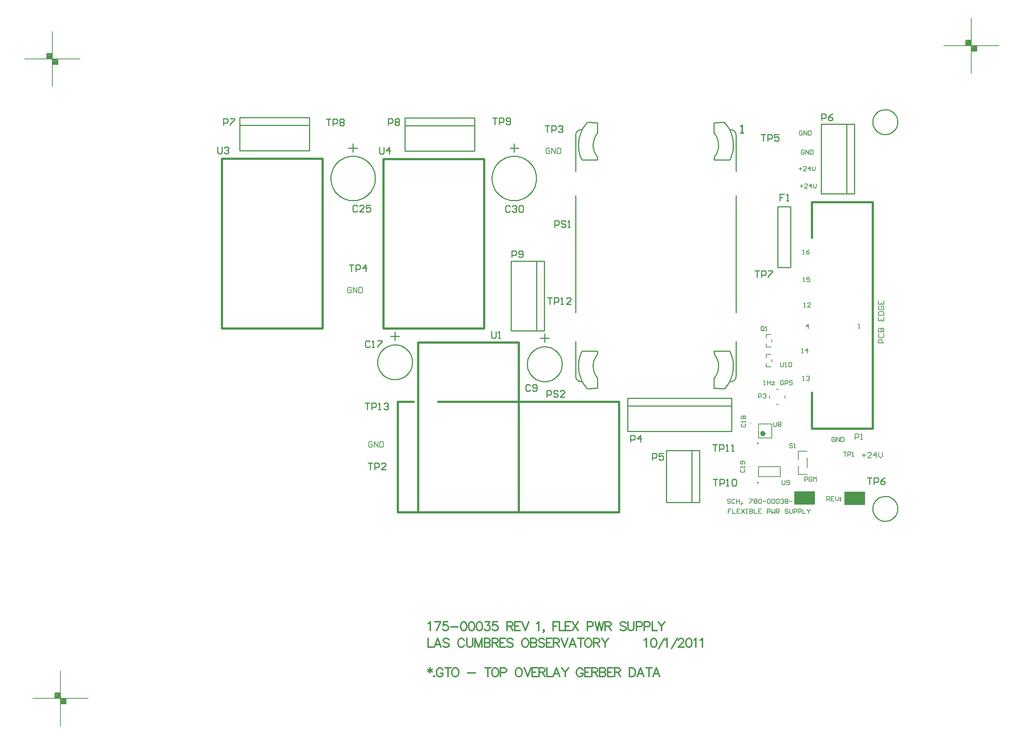
<source format=gto>
%FSLAX23Y23*%
%MOIN*%
G70*
G01*
G75*
G04 Layer_Color=65535*
%ADD10O,0.024X0.079*%
%ADD11R,0.036X0.036*%
%ADD12O,0.014X0.067*%
%ADD13R,0.059X0.039*%
%ADD14R,0.050X0.050*%
%ADD15C,0.010*%
%ADD16C,0.020*%
%ADD17C,0.012*%
%ADD18C,0.008*%
%ADD19C,0.012*%
%ADD20C,0.012*%
%ADD21C,0.032*%
%ADD22C,0.233*%
%ADD23C,0.220*%
%ADD24C,0.064*%
%ADD25C,0.020*%
%ADD26C,0.115*%
%ADD27R,0.115X0.115*%
%ADD28C,0.079*%
%ADD29C,0.080*%
%ADD30C,0.065*%
%ADD31C,0.059*%
%ADD32C,0.055*%
%ADD33R,0.120X0.120*%
%ADD34C,0.120*%
%ADD35R,0.120X0.120*%
%ADD36R,0.079X0.079*%
%ADD37C,0.050*%
%ADD38C,0.024*%
%ADD39C,0.030*%
%ADD40C,0.040*%
%ADD41C,0.072*%
%ADD42C,0.056*%
%ADD43C,0.206*%
%ADD44C,0.104*%
%ADD45C,0.118*%
G04:AMPARAMS|DCode=46|XSize=138mil|YSize=138mil|CornerRadius=0mil|HoleSize=0mil|Usage=FLASHONLY|Rotation=0.000|XOffset=0mil|YOffset=0mil|HoleType=Round|Shape=Relief|Width=10mil|Gap=10mil|Entries=4|*
%AMTHD46*
7,0,0,0.138,0.118,0.010,45*
%
%ADD46THD46*%
G04:AMPARAMS|DCode=47|XSize=107.244mil|YSize=107.244mil|CornerRadius=0mil|HoleSize=0mil|Usage=FLASHONLY|Rotation=0.000|XOffset=0mil|YOffset=0mil|HoleType=Round|Shape=Relief|Width=10mil|Gap=10mil|Entries=4|*
%AMTHD47*
7,0,0,0.107,0.087,0.010,45*
%
%ADD47THD47*%
G04:AMPARAMS|DCode=48|XSize=112mil|YSize=112mil|CornerRadius=0mil|HoleSize=0mil|Usage=FLASHONLY|Rotation=0.000|XOffset=0mil|YOffset=0mil|HoleType=Round|Shape=Relief|Width=10mil|Gap=10mil|Entries=4|*
%AMTHD48*
7,0,0,0.112,0.092,0.010,45*
%
%ADD48THD48*%
%ADD49C,0.092*%
%ADD50C,0.190*%
%ADD51C,0.073*%
%ADD52C,0.110*%
%ADD53C,0.087*%
G04:AMPARAMS|DCode=54|XSize=130mil|YSize=130mil|CornerRadius=0mil|HoleSize=0mil|Usage=FLASHONLY|Rotation=0.000|XOffset=0mil|YOffset=0mil|HoleType=Round|Shape=Relief|Width=10mil|Gap=10mil|Entries=4|*
%AMTHD54*
7,0,0,0.130,0.110,0.010,45*
%
%ADD54THD54*%
%ADD55C,0.150*%
%ADD56C,0.068*%
G04:AMPARAMS|DCode=57|XSize=88mil|YSize=88mil|CornerRadius=0mil|HoleSize=0mil|Usage=FLASHONLY|Rotation=0.000|XOffset=0mil|YOffset=0mil|HoleType=Round|Shape=Relief|Width=10mil|Gap=10mil|Entries=4|*
%AMTHD57*
7,0,0,0.088,0.068,0.010,45*
%
%ADD57THD57*%
%ADD58C,0.055*%
G04:AMPARAMS|DCode=59|XSize=100mil|YSize=100mil|CornerRadius=0mil|HoleSize=0mil|Usage=FLASHONLY|Rotation=0.000|XOffset=0mil|YOffset=0mil|HoleType=Round|Shape=Relief|Width=10mil|Gap=10mil|Entries=4|*
%AMTHD59*
7,0,0,0.100,0.080,0.010,45*
%
%ADD59THD59*%
G04:AMPARAMS|DCode=60|XSize=93.465mil|YSize=93.465mil|CornerRadius=0mil|HoleSize=0mil|Usage=FLASHONLY|Rotation=0.000|XOffset=0mil|YOffset=0mil|HoleType=Round|Shape=Relief|Width=10mil|Gap=10mil|Entries=4|*
%AMTHD60*
7,0,0,0.093,0.073,0.010,45*
%
%ADD60THD60*%
G04:AMPARAMS|DCode=61|XSize=70mil|YSize=70mil|CornerRadius=0mil|HoleSize=0mil|Usage=FLASHONLY|Rotation=0.000|XOffset=0mil|YOffset=0mil|HoleType=Round|Shape=Relief|Width=10mil|Gap=10mil|Entries=4|*
%AMTHD61*
7,0,0,0.070,0.050,0.010,45*
%
%ADD61THD61*%
G04:AMPARAMS|DCode=62|XSize=75mil|YSize=75mil|CornerRadius=0mil|HoleSize=0mil|Usage=FLASHONLY|Rotation=0.000|XOffset=0mil|YOffset=0mil|HoleType=Round|Shape=Relief|Width=10mil|Gap=10mil|Entries=4|*
%AMTHD62*
7,0,0,0.075,0.055,0.010,45*
%
%ADD62THD62*%
%ADD63R,0.037X0.075*%
%ADD64R,0.268X0.272*%
%ADD65R,0.094X0.102*%
%ADD66R,0.050X0.050*%
%ADD67R,0.094X0.130*%
%ADD68R,0.059X0.087*%
%ADD69R,0.055X0.130*%
%ADD70C,0.050*%
%ADD71C,0.025*%
%ADD72C,0.007*%
%ADD73C,0.010*%
%ADD74C,0.024*%
%ADD75C,0.010*%
%ADD76C,0.008*%
%ADD77C,0.006*%
%ADD78C,0.007*%
%ADD79R,0.190X0.123*%
D15*
X50404Y33287D02*
X50405Y33277D01*
X50408Y33267D01*
X50413Y33259D01*
X50419Y33251D01*
X50427Y33245D01*
X50435Y33240D01*
X50445Y33238D01*
X50454Y33237D01*
X51657Y35269D02*
X51663Y35276D01*
X51669Y35284D01*
X51674Y35293D01*
X51678Y35302D01*
X51683Y35310D01*
X51686Y35320D01*
X51689Y35329D01*
X51692Y35339D01*
X51694Y35348D01*
X51695Y35358D01*
X51696Y35368D01*
X51696Y35378D01*
X51696Y35388D01*
X51695Y35397D01*
X51693Y35407D01*
X51691Y35417D01*
X51689Y35426D01*
X51686Y35436D01*
X51682Y35445D01*
X51677Y35454D01*
X51673Y35462D01*
X51667Y35471D01*
X51662Y35478D01*
X51655Y35486D01*
X51798Y35242D02*
X51802Y35252D01*
X51806Y35261D01*
X51810Y35270D01*
X51813Y35280D01*
X51816Y35289D01*
X51819Y35299D01*
X51822Y35309D01*
X51824Y35319D01*
X51825Y35329D01*
X51827Y35339D01*
X51828Y35349D01*
X51829Y35359D01*
X51829Y35369D01*
X51829Y35379D01*
X51829Y35389D01*
X51828Y35399D01*
X51828Y35409D01*
X51826Y35419D01*
X51825Y35429D01*
X51823Y35439D01*
X51820Y35449D01*
X51818Y35459D01*
X51815Y35469D01*
X51812Y35478D01*
X51808Y35488D01*
X51804Y35497D01*
X51800Y35506D01*
X51795Y35515D01*
X51791Y35524D01*
X51785Y35533D01*
X51780Y35541D01*
X51774Y35550D01*
X51768Y35558D01*
X51762Y35566D01*
X51756Y35574D01*
X51749Y35581D01*
X50510Y35581D02*
X50503Y35574D01*
X50497Y35566D01*
X50490Y35558D01*
X50484Y35550D01*
X50479Y35541D01*
X50473Y35533D01*
X50468Y35524D01*
X50463Y35515D01*
X50459Y35506D01*
X50455Y35497D01*
X50451Y35488D01*
X50447Y35478D01*
X50444Y35469D01*
X50441Y35459D01*
X50438Y35449D01*
X50436Y35439D01*
X50434Y35429D01*
X50432Y35419D01*
X50431Y35409D01*
X50430Y35399D01*
X50430Y35389D01*
X50429Y35379D01*
X50429Y35369D01*
X50430Y35359D01*
X50431Y35349D01*
X50432Y35339D01*
X50433Y35329D01*
X50435Y35319D01*
X50437Y35309D01*
X50439Y35299D01*
X50442Y35289D01*
X50445Y35280D01*
X50449Y35270D01*
X50453Y35261D01*
X50457Y35252D01*
X50461Y35242D01*
X50603Y35486D02*
X50597Y35478D01*
X50591Y35471D01*
X50586Y35462D01*
X50581Y35454D01*
X50577Y35445D01*
X50573Y35436D01*
X50570Y35426D01*
X50567Y35417D01*
X50565Y35407D01*
X50564Y35397D01*
X50563Y35388D01*
X50562Y35378D01*
X50563Y35368D01*
X50563Y35358D01*
X50565Y35348D01*
X50567Y35339D01*
X50569Y35329D01*
X50572Y35320D01*
X50576Y35310D01*
X50580Y35302D01*
X50585Y35293D01*
X50590Y35284D01*
X50596Y35276D01*
X50602Y35269D01*
X51655Y33267D02*
X51662Y33275D01*
X51667Y33283D01*
X51673Y33291D01*
X51677Y33300D01*
X51682Y33308D01*
X51686Y33318D01*
X51689Y33327D01*
X51691Y33336D01*
X51693Y33346D01*
X51695Y33356D01*
X51696Y33366D01*
X51696Y33375D01*
X51696Y33385D01*
X51695Y33395D01*
X51694Y33405D01*
X51692Y33415D01*
X51689Y33424D01*
X51686Y33433D01*
X51683Y33443D01*
X51678Y33452D01*
X51674Y33460D01*
X51669Y33469D01*
X51663Y33477D01*
X51657Y33484D01*
X51749Y33172D02*
X51756Y33180D01*
X51762Y33187D01*
X51768Y33195D01*
X51774Y33203D01*
X51780Y33212D01*
X51785Y33220D01*
X51791Y33229D01*
X51795Y33238D01*
X51800Y33247D01*
X51804Y33256D01*
X51808Y33265D01*
X51812Y33275D01*
X51815Y33285D01*
X51818Y33294D01*
X51820Y33304D01*
X51823Y33314D01*
X51825Y33324D01*
X51826Y33334D01*
X51828Y33344D01*
X51828Y33354D01*
X51829Y33364D01*
X51829Y33374D01*
X51829Y33384D01*
X51829Y33394D01*
X51828Y33404D01*
X51827Y33414D01*
X51825Y33424D01*
X51824Y33434D01*
X51822Y33444D01*
X51819Y33454D01*
X51816Y33464D01*
X51813Y33473D01*
X51810Y33483D01*
X51806Y33492D01*
X51802Y33502D01*
X51798Y33511D01*
X50461Y33511D02*
X50457Y33502D01*
X50453Y33492D01*
X50449Y33483D01*
X50445Y33473D01*
X50442Y33464D01*
X50439Y33454D01*
X50437Y33444D01*
X50435Y33434D01*
X50433Y33424D01*
X50432Y33414D01*
X50431Y33404D01*
X50430Y33394D01*
X50429Y33384D01*
X50429Y33374D01*
X50430Y33364D01*
X50430Y33354D01*
X50431Y33344D01*
X50432Y33334D01*
X50434Y33324D01*
X50436Y33314D01*
X50438Y33304D01*
X50441Y33294D01*
X50444Y33285D01*
X50447Y33275D01*
X50451Y33266D01*
X50455Y33256D01*
X50459Y33247D01*
X50463Y33238D01*
X50468Y33229D01*
X50473Y33220D01*
X50479Y33212D01*
X50484Y33203D01*
X50490Y33195D01*
X50497Y33187D01*
X50503Y33180D01*
X50510Y33172D01*
X50602Y33484D02*
X50596Y33477D01*
X50590Y33469D01*
X50585Y33460D01*
X50580Y33452D01*
X50576Y33443D01*
X50572Y33433D01*
X50569Y33424D01*
X50567Y33415D01*
X50565Y33405D01*
X50563Y33395D01*
X50563Y33385D01*
X50562Y33375D01*
X50563Y33366D01*
X50564Y33356D01*
X50565Y33346D01*
X50567Y33336D01*
X50570Y33327D01*
X50573Y33318D01*
X50577Y33308D01*
X50581Y33300D01*
X50586Y33291D01*
X50591Y33283D01*
X50597Y33275D01*
X50603Y33267D01*
X51804Y33237D02*
X51814Y33238D01*
X51823Y33240D01*
X51832Y33245D01*
X51840Y33251D01*
X51846Y33259D01*
X51850Y33267D01*
X51853Y33277D01*
X51854Y33287D01*
X50454Y35517D02*
X50445Y35516D01*
X50435Y35513D01*
X50427Y35508D01*
X50419Y35502D01*
X50413Y35494D01*
X50408Y35486D01*
X50405Y35476D01*
X50404Y35467D01*
X51854D02*
X51853Y35476D01*
X51850Y35486D01*
X51846Y35494D01*
X51840Y35502D01*
X51832Y35508D01*
X51823Y35513D01*
X51814Y35516D01*
X51804Y35517D01*
X50282Y33394D02*
X50282Y33404D01*
X50281Y33414D01*
X50279Y33423D01*
X50277Y33433D01*
X50274Y33443D01*
X50271Y33452D01*
X50267Y33461D01*
X50262Y33470D01*
X50257Y33479D01*
X50251Y33487D01*
X50245Y33495D01*
X50239Y33502D01*
X50231Y33509D01*
X50224Y33516D01*
X50216Y33522D01*
X50208Y33527D01*
X50199Y33532D01*
X50190Y33537D01*
X50181Y33541D01*
X50171Y33544D01*
X50162Y33547D01*
X50152Y33549D01*
X50142Y33550D01*
X50132Y33551D01*
X50122Y33551D01*
X50112Y33551D01*
X50102Y33550D01*
X50092Y33548D01*
X50083Y33545D01*
X50073Y33542D01*
X50064Y33539D01*
X50055Y33535D01*
X50046Y33530D01*
X50037Y33525D01*
X50029Y33519D01*
X50021Y33513D01*
X50014Y33506D01*
X50007Y33499D01*
X50001Y33491D01*
X49995Y33483D01*
X49989Y33475D01*
X49985Y33466D01*
X49980Y33457D01*
X49977Y33448D01*
X49973Y33438D01*
X49971Y33428D01*
X49969Y33419D01*
X49968Y33409D01*
X49967Y33399D01*
Y33389D01*
X49968Y33379D01*
X49969Y33369D01*
X49971Y33359D01*
X49973Y33349D01*
X49977Y33340D01*
X49980Y33331D01*
X49985Y33322D01*
X49989Y33313D01*
X49995Y33304D01*
X50001Y33296D01*
X50007Y33289D01*
X50014Y33281D01*
X50021Y33275D01*
X50029Y33268D01*
X50037Y33263D01*
X50046Y33257D01*
X50055Y33253D01*
X50064Y33248D01*
X50073Y33245D01*
X50083Y33242D01*
X50092Y33240D01*
X50102Y33238D01*
X50112Y33237D01*
X50122Y33236D01*
X50132Y33236D01*
X50142Y33237D01*
X50152Y33239D01*
X50162Y33241D01*
X50171Y33243D01*
X50181Y33247D01*
X50190Y33250D01*
X50199Y33255D01*
X50208Y33260D01*
X50216Y33265D01*
X50224Y33271D01*
X50231Y33278D01*
X50239Y33285D01*
X50245Y33292D01*
X50251Y33300D01*
X50257Y33309D01*
X50262Y33317D01*
X50267Y33326D01*
X50271Y33335D01*
X50274Y33345D01*
X50277Y33354D01*
X50279Y33364D01*
X50281Y33374D01*
X50282Y33384D01*
X50282Y33394D01*
X50050Y35075D02*
X50049Y35085D01*
X50049Y35095D01*
X50047Y35105D01*
X50046Y35114D01*
X50043Y35124D01*
X50041Y35134D01*
X50038Y35143D01*
X50034Y35153D01*
X50030Y35162D01*
X50025Y35171D01*
X50020Y35179D01*
X50015Y35188D01*
X50009Y35196D01*
X50003Y35204D01*
X49996Y35211D01*
X49989Y35218D01*
X49982Y35225D01*
X49974Y35232D01*
X49966Y35238D01*
X49958Y35243D01*
X49949Y35249D01*
X49941Y35253D01*
X49932Y35258D01*
X49922Y35262D01*
X49913Y35265D01*
X49903Y35268D01*
X49894Y35270D01*
X49884Y35272D01*
X49874Y35274D01*
X49864Y35275D01*
X49854Y35275D01*
X49844D01*
X49834Y35275D01*
X49824Y35274D01*
X49814Y35272D01*
X49804Y35270D01*
X49795Y35268D01*
X49785Y35265D01*
X49776Y35262D01*
X49766Y35258D01*
X49757Y35253D01*
X49749Y35249D01*
X49740Y35243D01*
X49732Y35238D01*
X49724Y35232D01*
X49716Y35225D01*
X49709Y35218D01*
X49702Y35211D01*
X49695Y35204D01*
X49689Y35196D01*
X49683Y35188D01*
X49678Y35179D01*
X49673Y35171D01*
X49668Y35162D01*
X49664Y35153D01*
X49660Y35143D01*
X49657Y35134D01*
X49654Y35124D01*
X49652Y35114D01*
X49650Y35105D01*
X49649Y35095D01*
X49648Y35085D01*
X49648Y35075D01*
X49648Y35065D01*
X49649Y35055D01*
X49650Y35045D01*
X49652Y35035D01*
X49654Y35025D01*
X49657Y35015D01*
X49660Y35006D01*
X49664Y34997D01*
X49668Y34988D01*
X49673Y34979D01*
X49678Y34970D01*
X49683Y34962D01*
X49689Y34953D01*
X49695Y34946D01*
X49702Y34938D01*
X49709Y34931D01*
X49716Y34924D01*
X49724Y34918D01*
X49732Y34912D01*
X49740Y34906D01*
X49749Y34901D01*
X49757Y34896D01*
X49766Y34892D01*
X49776Y34888D01*
X49785Y34884D01*
X49795Y34881D01*
X49804Y34879D01*
X49814Y34877D01*
X49824Y34875D01*
X49834Y34874D01*
X49844Y34874D01*
X49854D01*
X49864Y34874D01*
X49874Y34875D01*
X49884Y34877D01*
X49894Y34879D01*
X49903Y34881D01*
X49913Y34884D01*
X49922Y34888D01*
X49932Y34892D01*
X49941Y34896D01*
X49949Y34901D01*
X49958Y34906D01*
X49966Y34912D01*
X49974Y34918D01*
X49982Y34924D01*
X49989Y34931D01*
X49996Y34938D01*
X50003Y34946D01*
X50009Y34953D01*
X50015Y34962D01*
X50020Y34970D01*
X50025Y34979D01*
X50030Y34988D01*
X50034Y34997D01*
X50038Y35006D01*
X50041Y35015D01*
X50043Y35025D01*
X50046Y35035D01*
X50047Y35045D01*
X50049Y35055D01*
X50049Y35065D01*
X50050Y35075D01*
X48929Y33411D02*
X48929Y33421D01*
X48928Y33431D01*
X48926Y33441D01*
X48924Y33451D01*
X48921Y33460D01*
X48918Y33470D01*
X48914Y33479D01*
X48909Y33488D01*
X48904Y33496D01*
X48898Y33504D01*
X48892Y33512D01*
X48886Y33520D01*
X48878Y33527D01*
X48871Y33533D01*
X48863Y33539D01*
X48855Y33545D01*
X48846Y33550D01*
X48837Y33554D01*
X48828Y33558D01*
X48818Y33561D01*
X48809Y33564D01*
X48799Y33566D01*
X48789Y33568D01*
X48779Y33568D01*
X48769Y33568D01*
X48759Y33568D01*
X48749Y33567D01*
X48739Y33565D01*
X48730Y33563D01*
X48720Y33560D01*
X48711Y33556D01*
X48702Y33552D01*
X48693Y33547D01*
X48684Y33542D01*
X48676Y33536D01*
X48668Y33530D01*
X48661Y33523D01*
X48654Y33516D01*
X48648Y33508D01*
X48642Y33500D01*
X48636Y33492D01*
X48632Y33483D01*
X48627Y33474D01*
X48624Y33465D01*
X48620Y33455D01*
X48618Y33446D01*
X48616Y33436D01*
X48615Y33426D01*
X48614Y33416D01*
Y33406D01*
X48615Y33396D01*
X48616Y33386D01*
X48618Y33376D01*
X48620Y33367D01*
X48624Y33357D01*
X48627Y33348D01*
X48632Y33339D01*
X48636Y33330D01*
X48642Y33322D01*
X48648Y33314D01*
X48654Y33306D01*
X48661Y33299D01*
X48668Y33292D01*
X48676Y33286D01*
X48684Y33280D01*
X48693Y33275D01*
X48702Y33270D01*
X48711Y33266D01*
X48720Y33262D01*
X48730Y33259D01*
X48739Y33257D01*
X48749Y33255D01*
X48759Y33254D01*
X48769Y33254D01*
X48779Y33254D01*
X48789Y33254D01*
X48799Y33256D01*
X48809Y33258D01*
X48818Y33261D01*
X48828Y33264D01*
X48837Y33268D01*
X48846Y33272D01*
X48855Y33277D01*
X48863Y33283D01*
X48871Y33289D01*
X48878Y33295D01*
X48886Y33302D01*
X48892Y33310D01*
X48898Y33318D01*
X48904Y33326D01*
X48909Y33334D01*
X48914Y33343D01*
X48918Y33352D01*
X48921Y33362D01*
X48924Y33371D01*
X48926Y33381D01*
X48928Y33391D01*
X48929Y33401D01*
X48929Y33411D01*
X48593Y35075D02*
X48593Y35085D01*
X48592Y35095D01*
X48591Y35105D01*
X48589Y35114D01*
X48587Y35124D01*
X48584Y35134D01*
X48581Y35143D01*
X48577Y35153D01*
X48573Y35162D01*
X48569Y35171D01*
X48564Y35179D01*
X48558Y35188D01*
X48552Y35196D01*
X48546Y35204D01*
X48539Y35211D01*
X48532Y35218D01*
X48525Y35225D01*
X48517Y35232D01*
X48509Y35238D01*
X48501Y35243D01*
X48493Y35249D01*
X48484Y35253D01*
X48475Y35258D01*
X48466Y35262D01*
X48456Y35265D01*
X48447Y35268D01*
X48437Y35270D01*
X48427Y35272D01*
X48417Y35274D01*
X48407Y35275D01*
X48397Y35275D01*
X48387D01*
X48377Y35275D01*
X48367Y35274D01*
X48357Y35272D01*
X48348Y35270D01*
X48338Y35268D01*
X48328Y35265D01*
X48319Y35262D01*
X48310Y35258D01*
X48301Y35253D01*
X48292Y35249D01*
X48283Y35243D01*
X48275Y35238D01*
X48267Y35232D01*
X48259Y35225D01*
X48252Y35218D01*
X48245Y35211D01*
X48238Y35204D01*
X48232Y35196D01*
X48226Y35188D01*
X48221Y35179D01*
X48216Y35171D01*
X48211Y35162D01*
X48207Y35153D01*
X48204Y35143D01*
X48200Y35134D01*
X48198Y35124D01*
X48195Y35114D01*
X48194Y35105D01*
X48193Y35095D01*
X48192Y35085D01*
X48192Y35075D01*
X48192Y35065D01*
X48193Y35055D01*
X48194Y35045D01*
X48195Y35035D01*
X48198Y35025D01*
X48200Y35015D01*
X48204Y35006D01*
X48207Y34997D01*
X48211Y34988D01*
X48216Y34979D01*
X48221Y34970D01*
X48226Y34962D01*
X48232Y34953D01*
X48238Y34946D01*
X48245Y34938D01*
X48252Y34931D01*
X48259Y34924D01*
X48267Y34918D01*
X48275Y34912D01*
X48283Y34906D01*
X48292Y34901D01*
X48301Y34896D01*
X48310Y34892D01*
X48319Y34888D01*
X48328Y34884D01*
X48338Y34881D01*
X48348Y34879D01*
X48357Y34877D01*
X48367Y34875D01*
X48377Y34874D01*
X48387Y34874D01*
X48397D01*
X48407Y34874D01*
X48417Y34875D01*
X48427Y34877D01*
X48437Y34879D01*
X48447Y34881D01*
X48456Y34884D01*
X48466Y34888D01*
X48475Y34892D01*
X48484Y34896D01*
X48493Y34901D01*
X48501Y34906D01*
X48509Y34912D01*
X48517Y34918D01*
X48525Y34924D01*
X48532Y34931D01*
X48539Y34938D01*
X48546Y34946D01*
X48552Y34953D01*
X48558Y34962D01*
X48564Y34970D01*
X48569Y34979D01*
X48573Y34988D01*
X48577Y34997D01*
X48581Y35006D01*
X48584Y35015D01*
X48587Y35025D01*
X48589Y35035D01*
X48591Y35045D01*
X48592Y35055D01*
X48593Y35065D01*
X48593Y35075D01*
X53316Y35585D02*
X53315Y35595D01*
X53314Y35605D01*
X53312Y35615D01*
X53309Y35624D01*
X53305Y35633D01*
X53300Y35642D01*
X53295Y35650D01*
X53289Y35658D01*
X53282Y35665D01*
X53274Y35672D01*
X53266Y35678D01*
X53258Y35683D01*
X53249Y35688D01*
X53240Y35691D01*
X53230Y35694D01*
X53220Y35696D01*
X53211Y35697D01*
X53201Y35697D01*
X53191Y35697D01*
X53181Y35695D01*
X53171Y35693D01*
X53162Y35690D01*
X53153Y35686D01*
X53144Y35681D01*
X53136Y35675D01*
X53128Y35669D01*
X53121Y35662D01*
X53114Y35654D01*
X53109Y35646D01*
X53104Y35638D01*
X53099Y35629D01*
X53096Y35619D01*
X53093Y35610D01*
X53092Y35600D01*
X53091Y35590D01*
Y35580D01*
X53092Y35570D01*
X53093Y35560D01*
X53096Y35551D01*
X53099Y35541D01*
X53104Y35532D01*
X53109Y35524D01*
X53114Y35516D01*
X53121Y35508D01*
X53128Y35501D01*
X53136Y35495D01*
X53144Y35489D01*
X53153Y35484D01*
X53162Y35480D01*
X53171Y35477D01*
X53181Y35475D01*
X53191Y35473D01*
X53201Y35473D01*
X53211Y35473D01*
X53220Y35474D01*
X53230Y35476D01*
X53240Y35479D01*
X53249Y35482D01*
X53258Y35487D01*
X53266Y35492D01*
X53274Y35498D01*
X53282Y35505D01*
X53289Y35512D01*
X53295Y35520D01*
X53300Y35528D01*
X53305Y35537D01*
X53309Y35546D01*
X53312Y35555D01*
X53314Y35565D01*
X53315Y35575D01*
X53316Y35585D01*
Y32085D02*
X53315Y32095D01*
X53314Y32105D01*
X53312Y32115D01*
X53309Y32124D01*
X53305Y32133D01*
X53300Y32142D01*
X53295Y32150D01*
X53289Y32158D01*
X53282Y32165D01*
X53274Y32172D01*
X53266Y32178D01*
X53258Y32183D01*
X53249Y32188D01*
X53240Y32191D01*
X53230Y32194D01*
X53220Y32196D01*
X53211Y32197D01*
X53201Y32197D01*
X53191Y32197D01*
X53181Y32195D01*
X53171Y32193D01*
X53162Y32190D01*
X53153Y32186D01*
X53144Y32181D01*
X53136Y32175D01*
X53128Y32169D01*
X53121Y32162D01*
X53114Y32154D01*
X53109Y32146D01*
X53104Y32138D01*
X53099Y32129D01*
X53096Y32119D01*
X53093Y32110D01*
X53092Y32100D01*
X53091Y32090D01*
Y32080D01*
X53092Y32070D01*
X53093Y32060D01*
X53096Y32051D01*
X53099Y32041D01*
X53104Y32032D01*
X53109Y32024D01*
X53114Y32016D01*
X53121Y32008D01*
X53128Y32001D01*
X53136Y31995D01*
X53144Y31989D01*
X53153Y31984D01*
X53162Y31980D01*
X53171Y31977D01*
X53181Y31975D01*
X53191Y31973D01*
X53201Y31973D01*
X53211Y31973D01*
X53220Y31974D01*
X53230Y31976D01*
X53240Y31979D01*
X53249Y31982D01*
X53258Y31987D01*
X53266Y31992D01*
X53274Y31998D01*
X53282Y32005D01*
X53289Y32012D01*
X53295Y32020D01*
X53300Y32028D01*
X53305Y32037D01*
X53309Y32046D01*
X53312Y32055D01*
X53314Y32065D01*
X53315Y32075D01*
X53316Y32085D01*
X50510Y33172D02*
X50603Y33174D01*
X50461Y33511D02*
X50602Y33512D01*
X51656D02*
X51798Y33511D01*
X51655Y33174D02*
X51749Y33172D01*
X50461Y35242D02*
X50602Y35242D01*
X50510Y35581D02*
X50603Y35580D01*
X51655D02*
X51749Y35581D01*
X51656Y35242D02*
X51798Y35242D01*
X51854Y33860D02*
Y34920D01*
X51655Y35486D02*
Y35580D01*
X51656Y35242D02*
X51657Y35269D01*
X50602D02*
X50602Y35242D01*
X50603Y35486D02*
Y35580D01*
X51655Y33174D02*
Y33267D01*
X51656Y33512D02*
X51657Y33484D01*
X50602D02*
X50602Y33512D01*
X50603Y33174D02*
Y33267D01*
X51854Y35140D02*
X51854Y35467D01*
X51854Y33600D02*
X51854Y33287D01*
X50404D02*
X50404Y33600D01*
X50404Y35467D02*
X50404Y35140D01*
Y33860D02*
Y34920D01*
X52231Y34544D02*
Y34819D01*
X52349D01*
Y34268D02*
Y34819D01*
X52231Y34268D02*
X52349D01*
X52231D02*
Y34544D01*
X50874Y33016D02*
X51814D01*
X50874Y32786D02*
X51814D01*
X50874Y33086D02*
X51734D01*
X50874Y32906D02*
Y33086D01*
X51734D02*
X51814D01*
Y32786D02*
Y33086D01*
X50874Y32786D02*
Y32906D01*
X50052Y33696D02*
Y34326D01*
X49822Y33696D02*
Y34326D01*
X50122Y33696D02*
Y33776D01*
X49822Y33696D02*
X50122D01*
X49822Y34326D02*
X49942D01*
X50122Y33776D02*
Y34326D01*
X49942D02*
X50122D01*
X51525Y32601D02*
Y32611D01*
X51505D02*
X51525D01*
X51455Y32141D02*
Y32611D01*
X51225Y32141D02*
Y32611D01*
X51525Y32141D02*
Y32221D01*
X51225Y32141D02*
X51525D01*
X51225Y32611D02*
X51505D01*
X51525Y32221D02*
Y32601D01*
X50085Y33630D02*
X50164D01*
X50125Y33591D02*
Y33669D01*
X49849Y35311D02*
Y35350D01*
X49888D01*
X49849D02*
Y35390D01*
X49810Y35350D02*
X49849D01*
X48732Y33647D02*
X48811D01*
X48772Y33608D02*
Y33687D01*
X48392Y35311D02*
Y35350D01*
X48432D01*
X48392D02*
Y35390D01*
X48353Y35350D02*
X48392D01*
X52854Y34935D02*
Y35565D01*
X52624Y34935D02*
Y35565D01*
X52924Y34935D02*
Y35015D01*
X52624Y34935D02*
X52924D01*
X52624Y35565D02*
X52744D01*
X52924Y35015D02*
Y35565D01*
X52744D02*
X52924D01*
X47368Y35556D02*
X47998D01*
X47368Y35326D02*
X47998D01*
X47918Y35626D02*
X47998D01*
Y35326D02*
Y35626D01*
X47368Y35326D02*
Y35446D01*
Y35626D02*
X47918D01*
X47368Y35446D02*
Y35626D01*
X48863Y35551D02*
X49493D01*
X48863Y35321D02*
X49493D01*
X49413Y35621D02*
X49493D01*
Y35321D02*
Y35621D01*
X48863Y35321D02*
Y35441D01*
Y35621D02*
X49413D01*
X48863Y35441D02*
Y35621D01*
X50215Y34631D02*
Y34691D01*
X50245D01*
X50255Y34681D01*
Y34661D01*
X50245Y34651D01*
X50215D01*
X50315Y34681D02*
X50305Y34691D01*
X50285D01*
X50275Y34681D01*
Y34671D01*
X50285Y34661D01*
X50305D01*
X50315Y34651D01*
Y34641D01*
X50305Y34631D01*
X50285D01*
X50275Y34641D01*
X50335Y34631D02*
X50355D01*
X50345D01*
Y34691D01*
X50335Y34681D01*
X48631Y35355D02*
Y35305D01*
X48641Y35295D01*
X48661D01*
X48671Y35305D01*
Y35355D01*
X48721Y35295D02*
Y35355D01*
X48691Y35325D01*
X48731D01*
X52292Y34933D02*
X52252D01*
Y34903D01*
X52272D01*
X52252D01*
Y34873D01*
X52312D02*
X52332D01*
X52322D01*
Y34933D01*
X52312Y34923D01*
X48501Y33042D02*
X48541D01*
X48521D01*
Y32982D01*
X48561D02*
Y33042D01*
X48591D01*
X48601Y33032D01*
Y33012D01*
X48591Y33002D01*
X48561D01*
X48621Y32982D02*
X48641D01*
X48631D01*
Y33042D01*
X48621Y33032D01*
X48671D02*
X48681Y33042D01*
X48701D01*
X48711Y33032D01*
Y33022D01*
X48701Y33012D01*
X48691D01*
X48701D01*
X48711Y33002D01*
Y32992D01*
X48701Y32982D01*
X48681D01*
X48671Y32992D01*
X50901Y32689D02*
Y32749D01*
X50931D01*
X50941Y32739D01*
Y32719D01*
X50931Y32709D01*
X50901D01*
X50991Y32689D02*
Y32749D01*
X50961Y32719D01*
X51001D01*
X49827Y34361D02*
Y34420D01*
X49857D01*
X49867Y34410D01*
Y34390D01*
X49857Y34380D01*
X49827D01*
X49887Y34370D02*
X49897Y34361D01*
X49917D01*
X49927Y34370D01*
Y34410D01*
X49917Y34420D01*
X49897D01*
X49887Y34410D01*
Y34400D01*
X49897Y34390D01*
X49927D01*
X51097Y32526D02*
Y32586D01*
X51127D01*
X51137Y32576D01*
Y32556D01*
X51127Y32546D01*
X51097D01*
X51197Y32586D02*
X51157D01*
Y32556D01*
X51177Y32566D01*
X51187D01*
X51197Y32556D01*
Y32536D01*
X51187Y32526D01*
X51167D01*
X51157Y32536D01*
X49996Y33200D02*
X49986Y33210D01*
X49966D01*
X49956Y33200D01*
Y33160D01*
X49966Y33150D01*
X49986D01*
X49996Y33160D01*
X50016D02*
X50026Y33150D01*
X50046D01*
X50056Y33160D01*
Y33200D01*
X50046Y33210D01*
X50026D01*
X50016Y33200D01*
Y33190D01*
X50026Y33180D01*
X50056D01*
X49810Y34818D02*
X49800Y34828D01*
X49780D01*
X49770Y34818D01*
Y34778D01*
X49780Y34768D01*
X49800D01*
X49810Y34778D01*
X49830Y34818D02*
X49840Y34828D01*
X49860D01*
X49870Y34818D01*
Y34808D01*
X49860Y34798D01*
X49850D01*
X49860D01*
X49870Y34788D01*
Y34778D01*
X49860Y34768D01*
X49840D01*
X49830Y34778D01*
X49890Y34818D02*
X49900Y34828D01*
X49920D01*
X49930Y34818D01*
Y34778D01*
X49920Y34768D01*
X49900D01*
X49890Y34778D01*
Y34818D01*
X50144Y33096D02*
Y33156D01*
X50174D01*
X50184Y33146D01*
Y33126D01*
X50174Y33116D01*
X50144D01*
X50244Y33146D02*
X50234Y33156D01*
X50214D01*
X50204Y33146D01*
Y33136D01*
X50214Y33126D01*
X50234D01*
X50244Y33116D01*
Y33106D01*
X50234Y33096D01*
X50214D01*
X50204Y33106D01*
X50304Y33096D02*
X50264D01*
X50304Y33136D01*
Y33146D01*
X50294Y33156D01*
X50274D01*
X50264Y33146D01*
X49644Y33689D02*
Y33639D01*
X49654Y33629D01*
X49674D01*
X49684Y33639D01*
Y33689D01*
X49704Y33629D02*
X49724D01*
X49714D01*
Y33689D01*
X49704Y33679D01*
X48545Y33597D02*
X48535Y33607D01*
X48515D01*
X48505Y33597D01*
Y33557D01*
X48515Y33547D01*
X48535D01*
X48545Y33557D01*
X48565Y33547D02*
X48585D01*
X48575D01*
Y33607D01*
X48565Y33597D01*
X48615Y33607D02*
X48655D01*
Y33597D01*
X48615Y33557D01*
Y33547D01*
X48528Y32498D02*
X48568D01*
X48548D01*
Y32438D01*
X48588D02*
Y32498D01*
X48618D01*
X48628Y32488D01*
Y32468D01*
X48618Y32458D01*
X48588D01*
X48688Y32438D02*
X48648D01*
X48688Y32478D01*
Y32488D01*
X48678Y32498D01*
X48658D01*
X48648Y32488D01*
X48431Y34822D02*
X48421Y34832D01*
X48401D01*
X48391Y34822D01*
Y34782D01*
X48401Y34772D01*
X48421D01*
X48431Y34782D01*
X48491Y34772D02*
X48451D01*
X48491Y34812D01*
Y34822D01*
X48481Y34832D01*
X48461D01*
X48451Y34822D01*
X48551Y34832D02*
X48511D01*
Y34802D01*
X48531Y34812D01*
X48541D01*
X48551Y34802D01*
Y34782D01*
X48541Y34772D01*
X48521D01*
X48511Y34782D01*
X52629Y35599D02*
Y35659D01*
X52659D01*
X52669Y35649D01*
Y35629D01*
X52659Y35619D01*
X52629D01*
X52729Y35659D02*
X52709Y35649D01*
X52689Y35629D01*
Y35609D01*
X52699Y35599D01*
X52719D01*
X52729Y35609D01*
Y35619D01*
X52719Y35629D01*
X52689D01*
X47221Y35554D02*
Y35614D01*
X47251D01*
X47261Y35604D01*
Y35584D01*
X47251Y35574D01*
X47221D01*
X47281Y35614D02*
X47321D01*
Y35604D01*
X47281Y35564D01*
Y35554D01*
X48710D02*
Y35614D01*
X48740D01*
X48750Y35604D01*
Y35584D01*
X48740Y35574D01*
X48710D01*
X48770Y35604D02*
X48780Y35614D01*
X48800D01*
X48810Y35604D01*
Y35594D01*
X48800Y35584D01*
X48810Y35574D01*
Y35564D01*
X48800Y35554D01*
X48780D01*
X48770Y35564D01*
Y35574D01*
X48780Y35584D01*
X48770Y35594D01*
Y35604D01*
X48780Y35584D02*
X48800D01*
X50129Y35551D02*
X50169D01*
X50149D01*
Y35491D01*
X50189D02*
Y35551D01*
X50219D01*
X50229Y35541D01*
Y35521D01*
X50219Y35511D01*
X50189D01*
X50249Y35541D02*
X50259Y35551D01*
X50279D01*
X50289Y35541D01*
Y35531D01*
X50279Y35521D01*
X50269D01*
X50279D01*
X50289Y35511D01*
Y35501D01*
X50279Y35491D01*
X50259D01*
X50249Y35501D01*
X48359Y34292D02*
X48399D01*
X48379D01*
Y34232D01*
X48419D02*
Y34292D01*
X48449D01*
X48459Y34282D01*
Y34262D01*
X48449Y34252D01*
X48419D01*
X48509Y34232D02*
Y34292D01*
X48479Y34262D01*
X48519D01*
X52083Y35471D02*
X52123D01*
X52103D01*
Y35411D01*
X52143D02*
Y35471D01*
X52173D01*
X52183Y35461D01*
Y35441D01*
X52173Y35431D01*
X52143D01*
X52243Y35471D02*
X52203D01*
Y35441D01*
X52223Y35451D01*
X52233D01*
X52243Y35441D01*
Y35421D01*
X52233Y35411D01*
X52213D01*
X52203Y35421D01*
X53041Y32365D02*
X53081D01*
X53061D01*
Y32305D01*
X53101D02*
Y32365D01*
X53131D01*
X53141Y32355D01*
Y32335D01*
X53131Y32325D01*
X53101D01*
X53201Y32365D02*
X53181Y32355D01*
X53161Y32335D01*
Y32315D01*
X53171Y32305D01*
X53191D01*
X53201Y32315D01*
Y32325D01*
X53191Y32335D01*
X53161D01*
X52024Y34239D02*
X52064D01*
X52044D01*
Y34179D01*
X52084D02*
Y34239D01*
X52114D01*
X52124Y34229D01*
Y34209D01*
X52114Y34199D01*
X52084D01*
X52144Y34239D02*
X52184D01*
Y34229D01*
X52144Y34189D01*
Y34179D01*
X48153Y35612D02*
X48193D01*
X48173D01*
Y35552D01*
X48213D02*
Y35612D01*
X48243D01*
X48253Y35602D01*
Y35582D01*
X48243Y35572D01*
X48213D01*
X48273Y35602D02*
X48283Y35612D01*
X48303D01*
X48313Y35602D01*
Y35592D01*
X48303Y35582D01*
X48313Y35572D01*
Y35562D01*
X48303Y35552D01*
X48283D01*
X48273Y35562D01*
Y35572D01*
X48283Y35582D01*
X48273Y35592D01*
Y35602D01*
X48283Y35582D02*
X48303D01*
X49656Y35621D02*
X49696D01*
X49676D01*
Y35562D01*
X49716D02*
Y35621D01*
X49746D01*
X49756Y35611D01*
Y35591D01*
X49746Y35581D01*
X49716D01*
X49776Y35571D02*
X49786Y35562D01*
X49806D01*
X49816Y35571D01*
Y35611D01*
X49806Y35621D01*
X49786D01*
X49776Y35611D01*
Y35601D01*
X49786Y35591D01*
X49816D01*
X51649Y32352D02*
X51689D01*
X51669D01*
Y32292D01*
X51709D02*
Y32352D01*
X51739D01*
X51749Y32342D01*
Y32322D01*
X51739Y32312D01*
X51709D01*
X51769Y32292D02*
X51789D01*
X51779D01*
Y32352D01*
X51769Y32342D01*
X51819D02*
X51829Y32352D01*
X51849D01*
X51859Y32342D01*
Y32302D01*
X51849Y32292D01*
X51829D01*
X51819Y32302D01*
Y32342D01*
X51644Y32667D02*
X51684D01*
X51664D01*
Y32607D01*
X51704D02*
Y32667D01*
X51734D01*
X51744Y32657D01*
Y32637D01*
X51734Y32627D01*
X51704D01*
X51764Y32607D02*
X51784D01*
X51774D01*
Y32667D01*
X51764Y32657D01*
X51814Y32607D02*
X51834D01*
X51824D01*
Y32667D01*
X51814Y32657D01*
X50150Y33995D02*
X50190D01*
X50170D01*
Y33935D01*
X50210D02*
Y33995D01*
X50240D01*
X50250Y33985D01*
Y33965D01*
X50240Y33955D01*
X50210D01*
X50270Y33935D02*
X50290D01*
X50280D01*
Y33995D01*
X50270Y33985D01*
X50360Y33935D02*
X50320D01*
X50360Y33975D01*
Y33985D01*
X50350Y33995D01*
X50330D01*
X50320Y33985D01*
X47168Y35359D02*
Y35309D01*
X47178Y35299D01*
X47198D01*
X47208Y35309D01*
Y35359D01*
X47228Y35349D02*
X47238Y35359D01*
X47258D01*
X47268Y35349D01*
Y35339D01*
X47258Y35329D01*
X47248D01*
X47258D01*
X47268Y35319D01*
Y35309D01*
X47258Y35299D01*
X47238D01*
X47228Y35309D01*
D16*
X49577Y33715D02*
Y35250D01*
X48667D02*
X49577D01*
X48667Y33715D02*
Y35250D01*
Y33715D02*
X49577D01*
X53093Y33835D02*
Y34860D01*
X52543D02*
X53093D01*
Y32810D02*
Y33835D01*
X52543Y32810D02*
X53093D01*
X52543Y34535D02*
Y34860D01*
Y32810D02*
Y33135D01*
X48799Y32051D02*
Y32689D01*
X49161Y33051D02*
X50799D01*
X48799Y32051D02*
X50799D01*
Y33051D01*
X48982Y33588D02*
X49892D01*
Y32053D02*
Y33588D01*
X48982Y32053D02*
X49892D01*
X48982D02*
Y33588D01*
X48118Y33717D02*
Y35252D01*
X47208D02*
X48118D01*
X47208Y33717D02*
Y35252D01*
Y33717D02*
X48118D01*
X48799Y33052D02*
X48943D01*
X48799Y32689D02*
Y33052D01*
D17*
X49088Y30644D02*
Y30598D01*
X49069Y30633D02*
X49107Y30610D01*
Y30633D02*
X49069Y30610D01*
X49127Y30572D02*
X49123Y30568D01*
X49127Y30564D01*
X49131Y30568D01*
X49127Y30572D01*
X49205Y30625D02*
X49201Y30633D01*
X49194Y30640D01*
X49186Y30644D01*
X49171D01*
X49163Y30640D01*
X49156Y30633D01*
X49152Y30625D01*
X49148Y30614D01*
Y30594D01*
X49152Y30583D01*
X49156Y30575D01*
X49163Y30568D01*
X49171Y30564D01*
X49186D01*
X49194Y30568D01*
X49201Y30575D01*
X49205Y30583D01*
Y30594D01*
X49186D02*
X49205D01*
X49250Y30644D02*
Y30564D01*
X49224Y30644D02*
X49277D01*
X49309D02*
X49302Y30640D01*
X49294Y30633D01*
X49290Y30625D01*
X49286Y30614D01*
Y30594D01*
X49290Y30583D01*
X49294Y30575D01*
X49302Y30568D01*
X49309Y30564D01*
X49324D01*
X49332Y30568D01*
X49340Y30575D01*
X49344Y30583D01*
X49347Y30594D01*
Y30614D01*
X49344Y30625D01*
X49340Y30633D01*
X49332Y30640D01*
X49324Y30644D01*
X49309D01*
X49429Y30598D02*
X49497D01*
X49611Y30644D02*
Y30564D01*
X49584Y30644D02*
X49637D01*
X49670D02*
X49662Y30640D01*
X49654Y30633D01*
X49651Y30625D01*
X49647Y30614D01*
Y30594D01*
X49651Y30583D01*
X49654Y30575D01*
X49662Y30568D01*
X49670Y30564D01*
X49685D01*
X49692Y30568D01*
X49700Y30575D01*
X49704Y30583D01*
X49708Y30594D01*
Y30614D01*
X49704Y30625D01*
X49700Y30633D01*
X49692Y30640D01*
X49685Y30644D01*
X49670D01*
X49726Y30602D02*
X49761D01*
X49772Y30606D01*
X49776Y30610D01*
X49780Y30617D01*
Y30629D01*
X49776Y30636D01*
X49772Y30640D01*
X49761Y30644D01*
X49726D01*
Y30564D01*
X49883Y30644D02*
X49876Y30640D01*
X49868Y30633D01*
X49864Y30625D01*
X49860Y30614D01*
Y30594D01*
X49864Y30583D01*
X49868Y30575D01*
X49876Y30568D01*
X49883Y30564D01*
X49898D01*
X49906Y30568D01*
X49914Y30575D01*
X49918Y30583D01*
X49921Y30594D01*
Y30614D01*
X49918Y30625D01*
X49914Y30633D01*
X49906Y30640D01*
X49898Y30644D01*
X49883D01*
X49940D02*
X49970Y30564D01*
X50001Y30644D02*
X49970Y30564D01*
X50061Y30644D02*
X50011D01*
Y30564D01*
X50061D01*
X50011Y30606D02*
X50042D01*
X50074Y30644D02*
Y30564D01*
Y30644D02*
X50108D01*
X50120Y30640D01*
X50124Y30636D01*
X50127Y30629D01*
Y30621D01*
X50124Y30614D01*
X50120Y30610D01*
X50108Y30606D01*
X50074D01*
X50101D02*
X50127Y30564D01*
X50145Y30644D02*
Y30564D01*
X50191D01*
X50261D02*
X50230Y30644D01*
X50200Y30564D01*
X50211Y30591D02*
X50249D01*
X50279Y30644D02*
X50310Y30606D01*
Y30564D01*
X50340Y30644D02*
X50310Y30606D01*
X50471Y30625D02*
X50467Y30633D01*
X50459Y30640D01*
X50451Y30644D01*
X50436D01*
X50429Y30640D01*
X50421Y30633D01*
X50417Y30625D01*
X50413Y30614D01*
Y30594D01*
X50417Y30583D01*
X50421Y30575D01*
X50429Y30568D01*
X50436Y30564D01*
X50451D01*
X50459Y30568D01*
X50467Y30575D01*
X50471Y30583D01*
Y30594D01*
X50451D02*
X50471D01*
X50538Y30644D02*
X50489D01*
Y30564D01*
X50538D01*
X50489Y30606D02*
X50519D01*
X50552Y30644D02*
Y30564D01*
Y30644D02*
X50586D01*
X50597Y30640D01*
X50601Y30636D01*
X50605Y30629D01*
Y30621D01*
X50601Y30614D01*
X50597Y30610D01*
X50586Y30606D01*
X50552D01*
X50578D02*
X50605Y30564D01*
X50623Y30644D02*
Y30564D01*
Y30644D02*
X50657D01*
X50669Y30640D01*
X50672Y30636D01*
X50676Y30629D01*
Y30621D01*
X50672Y30614D01*
X50669Y30610D01*
X50657Y30606D01*
X50623D02*
X50657D01*
X50669Y30602D01*
X50672Y30598D01*
X50676Y30591D01*
Y30579D01*
X50672Y30572D01*
X50669Y30568D01*
X50657Y30564D01*
X50623D01*
X50744Y30644D02*
X50694D01*
Y30564D01*
X50744D01*
X50694Y30606D02*
X50725D01*
X50757Y30644D02*
Y30564D01*
Y30644D02*
X50791D01*
X50803Y30640D01*
X50806Y30636D01*
X50810Y30629D01*
Y30621D01*
X50806Y30614D01*
X50803Y30610D01*
X50791Y30606D01*
X50757D01*
X50784D02*
X50810Y30564D01*
X50891Y30644D02*
Y30564D01*
Y30644D02*
X50918D01*
X50929Y30640D01*
X50937Y30633D01*
X50941Y30625D01*
X50944Y30614D01*
Y30594D01*
X50941Y30583D01*
X50937Y30575D01*
X50929Y30568D01*
X50918Y30564D01*
X50891D01*
X51023D02*
X50993Y30644D01*
X50962Y30564D01*
X50974Y30591D02*
X51012D01*
X51069Y30644D02*
Y30564D01*
X51042Y30644D02*
X51095D01*
X51166Y30564D02*
X51135Y30644D01*
X51105Y30564D01*
X51116Y30591D02*
X51154D01*
D18*
X52931Y32712D02*
Y32762D01*
X52956D01*
X52965Y32754D01*
Y32737D01*
X52956Y32729D01*
X52931D01*
X52981Y32712D02*
X52998D01*
X52990D01*
Y32762D01*
X52981Y32754D01*
X53193Y33585D02*
X53143D01*
Y33609D01*
X53151Y33618D01*
X53168D01*
X53176Y33609D01*
Y33585D01*
X53151Y33668D02*
X53143Y33659D01*
Y33643D01*
X53151Y33634D01*
X53184D01*
X53193Y33643D01*
Y33659D01*
X53184Y33668D01*
X53143Y33684D02*
X53193D01*
Y33709D01*
X53184Y33718D01*
X53176D01*
X53168Y33709D01*
Y33684D01*
Y33709D01*
X53159Y33718D01*
X53151D01*
X53143Y33709D01*
Y33684D01*
Y33818D02*
Y33784D01*
X53193D01*
Y33818D01*
X53168Y33784D02*
Y33801D01*
X53143Y33834D02*
X53193D01*
Y33859D01*
X53184Y33868D01*
X53151D01*
X53143Y33859D01*
Y33834D01*
X53151Y33918D02*
X53143Y33909D01*
Y33893D01*
X53151Y33884D01*
X53184D01*
X53193Y33893D01*
Y33909D01*
X53184Y33918D01*
X53168D01*
Y33901D01*
X53143Y33968D02*
Y33934D01*
X53193D01*
Y33968D01*
X53168Y33934D02*
Y33951D01*
X48568Y32684D02*
X48559Y32692D01*
X48543D01*
X48534Y32684D01*
Y32650D01*
X48543Y32642D01*
X48559D01*
X48568Y32650D01*
Y32667D01*
X48551D01*
X48584Y32642D02*
Y32692D01*
X48618Y32642D01*
Y32692D01*
X48634D02*
Y32642D01*
X48659D01*
X48668Y32650D01*
Y32684D01*
X48659Y32692D01*
X48634D01*
X48378Y34081D02*
X48369Y34089D01*
X48353D01*
X48344Y34081D01*
Y34047D01*
X48353Y34039D01*
X48369D01*
X48378Y34047D01*
Y34064D01*
X48361D01*
X48394Y34039D02*
Y34089D01*
X48428Y34039D01*
Y34089D01*
X48444D02*
Y34039D01*
X48469D01*
X48478Y34047D01*
Y34081D01*
X48469Y34089D01*
X48444D01*
X50173Y35341D02*
X50164Y35349D01*
X50148D01*
X50139Y35341D01*
Y35307D01*
X50148Y35299D01*
X50164D01*
X50173Y35307D01*
Y35324D01*
X50156D01*
X50189Y35299D02*
Y35349D01*
X50223Y35299D01*
Y35349D01*
X50239D02*
Y35299D01*
X50264D01*
X50273Y35307D01*
Y35341D01*
X50264Y35349D01*
X50239D01*
X52995Y32569D02*
X53028D01*
X53012Y32585D02*
Y32552D01*
X53078Y32544D02*
X53045D01*
X53078Y32577D01*
Y32585D01*
X53070Y32594D01*
X53053D01*
X53045Y32585D01*
X53120Y32544D02*
Y32594D01*
X53095Y32569D01*
X53128D01*
X53145Y32594D02*
Y32560D01*
X53162Y32544D01*
X53178Y32560D01*
Y32594D01*
X45497Y30370D02*
X45997D01*
X45747Y30120D02*
Y30620D01*
X45697Y30370D02*
Y30420D01*
X45747D01*
X45797Y30320D02*
Y30370D01*
X45747Y30320D02*
X45797D01*
X45752Y30365D02*
X45792D01*
Y30325D02*
Y30365D01*
X45752Y30325D02*
X45792D01*
X45752D02*
Y30365D01*
X45757Y30360D02*
X45787D01*
Y30330D02*
Y30360D01*
X45757Y30330D02*
X45787D01*
X45757D02*
Y30355D01*
X45762D02*
X45782D01*
Y30335D02*
Y30355D01*
X45762Y30335D02*
X45782D01*
X45762D02*
Y30350D01*
X45767D02*
X45777D01*
Y30340D02*
Y30350D01*
X45767Y30340D02*
X45777D01*
X45767D02*
Y30350D01*
Y30345D02*
X45777D01*
X45702Y30415D02*
X45742D01*
Y30375D02*
Y30415D01*
X45702Y30375D02*
X45742D01*
X45702D02*
Y30415D01*
X45707Y30410D02*
X45737D01*
Y30380D02*
Y30410D01*
X45707Y30380D02*
X45737D01*
X45707D02*
Y30405D01*
X45712D02*
X45732D01*
Y30385D02*
Y30405D01*
X45712Y30385D02*
X45732D01*
X45712D02*
Y30400D01*
X45717D02*
X45727D01*
Y30390D02*
Y30400D01*
X45717Y30390D02*
X45727D01*
X45717D02*
Y30400D01*
Y30395D02*
X45727D01*
X45426Y36157D02*
X45926D01*
X45676Y35907D02*
Y36407D01*
X45626Y36157D02*
Y36207D01*
X45676D01*
X45726Y36107D02*
Y36157D01*
X45676Y36107D02*
X45726D01*
X45681Y36152D02*
X45721D01*
Y36112D02*
Y36152D01*
X45681Y36112D02*
X45721D01*
X45681D02*
Y36152D01*
X45686Y36147D02*
X45716D01*
Y36117D02*
Y36147D01*
X45686Y36117D02*
X45716D01*
X45686D02*
Y36142D01*
X45691D02*
X45711D01*
Y36122D02*
Y36142D01*
X45691Y36122D02*
X45711D01*
X45691D02*
Y36137D01*
X45696D02*
X45706D01*
Y36127D02*
Y36137D01*
X45696Y36127D02*
X45706D01*
X45696D02*
Y36137D01*
Y36132D02*
X45706D01*
X45631Y36202D02*
X45671D01*
Y36162D02*
Y36202D01*
X45631Y36162D02*
X45671D01*
X45631D02*
Y36202D01*
X45636Y36197D02*
X45666D01*
Y36167D02*
Y36197D01*
X45636Y36167D02*
X45666D01*
X45636D02*
Y36192D01*
X45641D02*
X45661D01*
Y36172D02*
Y36192D01*
X45641Y36172D02*
X45661D01*
X45641D02*
Y36187D01*
X45646D02*
X45656D01*
Y36177D02*
Y36187D01*
X45646Y36177D02*
X45656D01*
X45646D02*
Y36187D01*
Y36182D02*
X45656D01*
X53733Y36275D02*
X54233D01*
X53983Y36025D02*
Y36525D01*
X53933Y36275D02*
Y36325D01*
X53983D01*
X54033Y36225D02*
Y36275D01*
X53983Y36225D02*
X54033D01*
X53988Y36270D02*
X54028D01*
Y36230D02*
Y36270D01*
X53988Y36230D02*
X54028D01*
X53988D02*
Y36270D01*
X53993Y36265D02*
X54023D01*
Y36235D02*
Y36265D01*
X53993Y36235D02*
X54023D01*
X53993D02*
Y36260D01*
X53998D02*
X54018D01*
Y36240D02*
Y36260D01*
X53998Y36240D02*
X54018D01*
X53998D02*
Y36255D01*
X54003D02*
X54013D01*
Y36245D02*
Y36255D01*
X54003Y36245D02*
X54013D01*
X54003D02*
Y36255D01*
Y36250D02*
X54013D01*
X53938Y36320D02*
X53978D01*
Y36280D02*
Y36320D01*
X53938Y36280D02*
X53978D01*
X53938D02*
Y36320D01*
X53943Y36315D02*
X53973D01*
Y36285D02*
Y36315D01*
X53943Y36285D02*
X53973D01*
X53943D02*
Y36310D01*
X53948D02*
X53968D01*
Y36290D02*
Y36310D01*
X53948Y36290D02*
X53968D01*
X53948D02*
Y36305D01*
X53953D02*
X53963D01*
Y36295D02*
Y36305D01*
X53953Y36295D02*
X53963D01*
X53953D02*
Y36305D01*
Y36300D02*
X53963D01*
D19*
X51899Y35486D02*
X51923D01*
X51911D01*
Y35556D01*
X51899Y35544D01*
X49073Y31045D02*
X49081Y31049D01*
X49092Y31061D01*
Y30981D01*
X49185Y31061D02*
X49147Y30981D01*
X49132Y31061D02*
X49185D01*
X49249D02*
X49211D01*
X49207Y31026D01*
X49211Y31030D01*
X49222Y31034D01*
X49233D01*
X49245Y31030D01*
X49252Y31022D01*
X49256Y31011D01*
Y31003D01*
X49252Y30992D01*
X49245Y30984D01*
X49233Y30981D01*
X49222D01*
X49211Y30984D01*
X49207Y30988D01*
X49203Y30996D01*
X49274Y31015D02*
X49343D01*
X49389Y31061D02*
X49378Y31057D01*
X49370Y31045D01*
X49366Y31026D01*
Y31015D01*
X49370Y30996D01*
X49378Y30984D01*
X49389Y30981D01*
X49397D01*
X49408Y30984D01*
X49416Y30996D01*
X49420Y31015D01*
Y31026D01*
X49416Y31045D01*
X49408Y31057D01*
X49397Y31061D01*
X49389D01*
X49460D02*
X49449Y31057D01*
X49441Y31045D01*
X49438Y31026D01*
Y31015D01*
X49441Y30996D01*
X49449Y30984D01*
X49460Y30981D01*
X49468D01*
X49479Y30984D01*
X49487Y30996D01*
X49491Y31015D01*
Y31026D01*
X49487Y31045D01*
X49479Y31057D01*
X49468Y31061D01*
X49460D01*
X49532D02*
X49520Y31057D01*
X49513Y31045D01*
X49509Y31026D01*
Y31015D01*
X49513Y30996D01*
X49520Y30984D01*
X49532Y30981D01*
X49539D01*
X49551Y30984D01*
X49558Y30996D01*
X49562Y31015D01*
Y31026D01*
X49558Y31045D01*
X49551Y31057D01*
X49539Y31061D01*
X49532D01*
X49588D02*
X49629D01*
X49607Y31030D01*
X49618D01*
X49626Y31026D01*
X49629Y31022D01*
X49633Y31011D01*
Y31003D01*
X49629Y30992D01*
X49622Y30984D01*
X49610Y30981D01*
X49599D01*
X49588Y30984D01*
X49584Y30988D01*
X49580Y30996D01*
X49697Y31061D02*
X49659D01*
X49655Y31026D01*
X49659Y31030D01*
X49670Y31034D01*
X49682D01*
X49693Y31030D01*
X49701Y31022D01*
X49705Y31011D01*
Y31003D01*
X49701Y30992D01*
X49693Y30984D01*
X49682Y30981D01*
X49670D01*
X49659Y30984D01*
X49655Y30988D01*
X49651Y30996D01*
X49785Y31061D02*
Y30981D01*
Y31061D02*
X49820D01*
X49831Y31057D01*
X49835Y31053D01*
X49839Y31045D01*
Y31038D01*
X49835Y31030D01*
X49831Y31026D01*
X49820Y31022D01*
X49785D01*
X49812D02*
X49839Y30981D01*
X49906Y31061D02*
X49856D01*
Y30981D01*
X49906D01*
X49856Y31022D02*
X49887D01*
X49919Y31061D02*
X49950Y30981D01*
X49980Y31061D02*
X49950Y30981D01*
X50053Y31045D02*
X50061Y31049D01*
X50072Y31061D01*
Y30981D01*
X50120Y30984D02*
X50116Y30981D01*
X50112Y30984D01*
X50116Y30988D01*
X50120Y30984D01*
Y30977D01*
X50116Y30969D01*
X50112Y30965D01*
X50200Y31061D02*
Y30981D01*
Y31061D02*
X50250D01*
X50200Y31022D02*
X50230D01*
X50259Y31061D02*
Y30981D01*
X50304D01*
X50363Y31061D02*
X50313D01*
Y30981D01*
X50363D01*
X50313Y31022D02*
X50344D01*
X50376Y31061D02*
X50429Y30981D01*
Y31061D02*
X50376Y30981D01*
X50510Y31019D02*
X50544D01*
X50556Y31022D01*
X50560Y31026D01*
X50563Y31034D01*
Y31045D01*
X50560Y31053D01*
X50556Y31057D01*
X50544Y31061D01*
X50510D01*
Y30981D01*
X50581Y31061D02*
X50600Y30981D01*
X50619Y31061D02*
X50600Y30981D01*
X50619Y31061D02*
X50638Y30981D01*
X50657Y31061D02*
X50638Y30981D01*
X50673Y31061D02*
Y30981D01*
Y31061D02*
X50708D01*
X50719Y31057D01*
X50723Y31053D01*
X50727Y31045D01*
Y31038D01*
X50723Y31030D01*
X50719Y31026D01*
X50708Y31022D01*
X50673D01*
X50700D02*
X50727Y30981D01*
X50861Y31049D02*
X50853Y31057D01*
X50842Y31061D01*
X50827D01*
X50815Y31057D01*
X50808Y31049D01*
Y31042D01*
X50811Y31034D01*
X50815Y31030D01*
X50823Y31026D01*
X50846Y31019D01*
X50853Y31015D01*
X50857Y31011D01*
X50861Y31003D01*
Y30992D01*
X50853Y30984D01*
X50842Y30981D01*
X50827D01*
X50815Y30984D01*
X50808Y30992D01*
X50879Y31061D02*
Y31003D01*
X50883Y30992D01*
X50890Y30984D01*
X50902Y30981D01*
X50909D01*
X50921Y30984D01*
X50928Y30992D01*
X50932Y31003D01*
Y31061D01*
X50954Y31019D02*
X50988D01*
X51000Y31022D01*
X51004Y31026D01*
X51007Y31034D01*
Y31045D01*
X51004Y31053D01*
X51000Y31057D01*
X50988Y31061D01*
X50954D01*
Y30981D01*
X51025Y31019D02*
X51060D01*
X51071Y31022D01*
X51075Y31026D01*
X51079Y31034D01*
Y31045D01*
X51075Y31053D01*
X51071Y31057D01*
X51060Y31061D01*
X51025D01*
Y30981D01*
X51097Y31061D02*
Y30981D01*
X51142D01*
X51151Y31061D02*
X51182Y31022D01*
Y30981D01*
X51212Y31061D02*
X51182Y31022D01*
D20*
X49073Y30911D02*
Y30831D01*
X49119D01*
X49188D02*
X49158Y30911D01*
X49127Y30831D01*
X49139Y30857D02*
X49177D01*
X49260Y30899D02*
X49253Y30907D01*
X49241Y30911D01*
X49226D01*
X49215Y30907D01*
X49207Y30899D01*
Y30892D01*
X49211Y30884D01*
X49215Y30880D01*
X49222Y30876D01*
X49245Y30869D01*
X49253Y30865D01*
X49257Y30861D01*
X49260Y30853D01*
Y30842D01*
X49253Y30834D01*
X49241Y30831D01*
X49226D01*
X49215Y30834D01*
X49207Y30842D01*
X49398Y30892D02*
X49394Y30899D01*
X49387Y30907D01*
X49379Y30911D01*
X49364D01*
X49356Y30907D01*
X49349Y30899D01*
X49345Y30892D01*
X49341Y30880D01*
Y30861D01*
X49345Y30850D01*
X49349Y30842D01*
X49356Y30834D01*
X49364Y30831D01*
X49379D01*
X49387Y30834D01*
X49394Y30842D01*
X49398Y30850D01*
X49421Y30911D02*
Y30853D01*
X49425Y30842D01*
X49432Y30834D01*
X49444Y30831D01*
X49451D01*
X49463Y30834D01*
X49470Y30842D01*
X49474Y30853D01*
Y30911D01*
X49496D02*
Y30831D01*
Y30911D02*
X49527Y30831D01*
X49557Y30911D02*
X49527Y30831D01*
X49557Y30911D02*
Y30831D01*
X49580Y30911D02*
Y30831D01*
Y30911D02*
X49614D01*
X49626Y30907D01*
X49629Y30903D01*
X49633Y30895D01*
Y30888D01*
X49629Y30880D01*
X49626Y30876D01*
X49614Y30872D01*
X49580D02*
X49614D01*
X49626Y30869D01*
X49629Y30865D01*
X49633Y30857D01*
Y30846D01*
X49629Y30838D01*
X49626Y30834D01*
X49614Y30831D01*
X49580D01*
X49651Y30911D02*
Y30831D01*
Y30911D02*
X49685D01*
X49697Y30907D01*
X49701Y30903D01*
X49705Y30895D01*
Y30888D01*
X49701Y30880D01*
X49697Y30876D01*
X49685Y30872D01*
X49651D01*
X49678D02*
X49705Y30831D01*
X49772Y30911D02*
X49722D01*
Y30831D01*
X49772D01*
X49722Y30872D02*
X49753D01*
X49839Y30899D02*
X49831Y30907D01*
X49820Y30911D01*
X49804D01*
X49793Y30907D01*
X49785Y30899D01*
Y30892D01*
X49789Y30884D01*
X49793Y30880D01*
X49800Y30876D01*
X49823Y30869D01*
X49831Y30865D01*
X49835Y30861D01*
X49839Y30853D01*
Y30842D01*
X49831Y30834D01*
X49820Y30831D01*
X49804D01*
X49793Y30834D01*
X49785Y30842D01*
X49942Y30911D02*
X49935Y30907D01*
X49927Y30899D01*
X49923Y30892D01*
X49919Y30880D01*
Y30861D01*
X49923Y30850D01*
X49927Y30842D01*
X49935Y30834D01*
X49942Y30831D01*
X49957D01*
X49965Y30834D01*
X49973Y30842D01*
X49976Y30850D01*
X49980Y30861D01*
Y30880D01*
X49976Y30892D01*
X49973Y30899D01*
X49965Y30907D01*
X49957Y30911D01*
X49942D01*
X49999D02*
Y30831D01*
Y30911D02*
X50033D01*
X50045Y30907D01*
X50048Y30903D01*
X50052Y30895D01*
Y30888D01*
X50048Y30880D01*
X50045Y30876D01*
X50033Y30872D01*
X49999D02*
X50033D01*
X50045Y30869D01*
X50048Y30865D01*
X50052Y30857D01*
Y30846D01*
X50048Y30838D01*
X50045Y30834D01*
X50033Y30831D01*
X49999D01*
X50123Y30899D02*
X50116Y30907D01*
X50104Y30911D01*
X50089D01*
X50078Y30907D01*
X50070Y30899D01*
Y30892D01*
X50074Y30884D01*
X50078Y30880D01*
X50085Y30876D01*
X50108Y30869D01*
X50116Y30865D01*
X50120Y30861D01*
X50123Y30853D01*
Y30842D01*
X50116Y30834D01*
X50104Y30831D01*
X50089D01*
X50078Y30834D01*
X50070Y30842D01*
X50191Y30911D02*
X50141D01*
Y30831D01*
X50191D01*
X50141Y30872D02*
X50172D01*
X50204Y30911D02*
Y30831D01*
Y30911D02*
X50238D01*
X50250Y30907D01*
X50254Y30903D01*
X50258Y30895D01*
Y30888D01*
X50254Y30880D01*
X50250Y30876D01*
X50238Y30872D01*
X50204D01*
X50231D02*
X50258Y30831D01*
X50275Y30911D02*
X50306Y30831D01*
X50336Y30911D02*
X50306Y30831D01*
X50408D02*
X50377Y30911D01*
X50347Y30831D01*
X50358Y30857D02*
X50396D01*
X50453Y30911D02*
Y30831D01*
X50426Y30911D02*
X50480D01*
X50512D02*
X50504Y30907D01*
X50497Y30899D01*
X50493Y30892D01*
X50489Y30880D01*
Y30861D01*
X50493Y30850D01*
X50497Y30842D01*
X50504Y30834D01*
X50512Y30831D01*
X50527D01*
X50535Y30834D01*
X50542Y30842D01*
X50546Y30850D01*
X50550Y30861D01*
Y30880D01*
X50546Y30892D01*
X50542Y30899D01*
X50535Y30907D01*
X50527Y30911D01*
X50512D01*
X50569D02*
Y30831D01*
Y30911D02*
X50603D01*
X50614Y30907D01*
X50618Y30903D01*
X50622Y30895D01*
Y30888D01*
X50618Y30880D01*
X50614Y30876D01*
X50603Y30872D01*
X50569D01*
X50595D02*
X50622Y30831D01*
X50640Y30911D02*
X50670Y30872D01*
Y30831D01*
X50701Y30911D02*
X50670Y30872D01*
X51025Y30895D02*
X51033Y30899D01*
X51044Y30911D01*
Y30831D01*
X51107Y30911D02*
X51095Y30907D01*
X51088Y30895D01*
X51084Y30876D01*
Y30865D01*
X51088Y30846D01*
X51095Y30834D01*
X51107Y30831D01*
X51114D01*
X51126Y30834D01*
X51134Y30846D01*
X51137Y30865D01*
Y30876D01*
X51134Y30895D01*
X51126Y30907D01*
X51114Y30911D01*
X51107D01*
X51155Y30819D02*
X51209Y30911D01*
X51214Y30895D02*
X51222Y30899D01*
X51233Y30911D01*
Y30831D01*
X51273Y30819D02*
X51326Y30911D01*
X51335Y30892D02*
Y30895D01*
X51339Y30903D01*
X51343Y30907D01*
X51350Y30911D01*
X51365D01*
X51373Y30907D01*
X51377Y30903D01*
X51381Y30895D01*
Y30888D01*
X51377Y30880D01*
X51369Y30869D01*
X51331Y30831D01*
X51385D01*
X51425Y30911D02*
X51414Y30907D01*
X51406Y30895D01*
X51402Y30876D01*
Y30865D01*
X51406Y30846D01*
X51414Y30834D01*
X51425Y30831D01*
X51433D01*
X51444Y30834D01*
X51452Y30846D01*
X51456Y30865D01*
Y30876D01*
X51452Y30895D01*
X51444Y30907D01*
X51433Y30911D01*
X51425D01*
X51474Y30895D02*
X51481Y30899D01*
X51493Y30911D01*
Y30831D01*
X51532Y30895D02*
X51540Y30899D01*
X51551Y30911D01*
Y30831D01*
D72*
X52271Y32343D02*
Y32310D01*
X52277Y32303D01*
X52291D01*
X52297Y32310D01*
Y32343D01*
X52311Y32310D02*
X52317Y32303D01*
X52331D01*
X52337Y32310D01*
Y32337D01*
X52331Y32343D01*
X52317D01*
X52311Y32337D01*
Y32330D01*
X52317Y32323D01*
X52337D01*
X52258Y33409D02*
Y33375D01*
X52265Y33369D01*
X52278D01*
X52285Y33375D01*
Y33409D01*
X52298Y33369D02*
X52311D01*
X52305D01*
Y33409D01*
X52298Y33402D01*
X52331D02*
X52338Y33409D01*
X52351D01*
X52358Y33402D01*
Y33375D01*
X52351Y33369D01*
X52338D01*
X52331Y33375D01*
Y33402D01*
X52196Y32868D02*
Y32835D01*
X52202Y32828D01*
X52216D01*
X52222Y32835D01*
Y32868D01*
X52236Y32862D02*
X52242Y32868D01*
X52256D01*
X52262Y32862D01*
Y32855D01*
X52256Y32848D01*
X52262Y32842D01*
Y32835D01*
X52256Y32828D01*
X52242D01*
X52236Y32835D01*
Y32842D01*
X52242Y32848D01*
X52236Y32855D01*
Y32862D01*
X52242Y32848D02*
X52256D01*
X52463Y34140D02*
X52476D01*
X52469D01*
Y34179D01*
X52463Y34173D01*
X52523Y34179D02*
X52496D01*
Y34159D01*
X52509Y34166D01*
X52516D01*
X52523Y34159D01*
Y34146D01*
X52516Y34140D01*
X52503D01*
X52496Y34146D01*
X52448Y33495D02*
X52461D01*
X52454D01*
Y33534D01*
X52448Y33528D01*
X52501Y33495D02*
Y33534D01*
X52481Y33514D01*
X52508D01*
X52468Y33910D02*
X52481D01*
X52474D01*
Y33949D01*
X52468Y33943D01*
X52528Y33910D02*
X52501D01*
X52528Y33936D01*
Y33943D01*
X52521Y33949D01*
X52508D01*
X52501Y33943D01*
X52508Y33715D02*
Y33754D01*
X52488Y33734D01*
X52514D01*
X52458Y34390D02*
X52471D01*
X52464D01*
Y34429D01*
X52458Y34423D01*
X52518Y34429D02*
X52504Y34423D01*
X52491Y34409D01*
Y34396D01*
X52498Y34390D01*
X52511D01*
X52518Y34396D01*
Y34403D01*
X52511Y34409D01*
X52491D01*
X52458Y33245D02*
X52471D01*
X52464D01*
Y33284D01*
X52458Y33278D01*
X52491D02*
X52498Y33284D01*
X52511D01*
X52518Y33278D01*
Y33271D01*
X52511Y33264D01*
X52504D01*
X52511D01*
X52518Y33258D01*
Y33251D01*
X52511Y33245D01*
X52498D01*
X52491Y33251D01*
X52963Y33720D02*
X52976D01*
X52969D01*
Y33759D01*
X52963Y33753D01*
X52058Y33086D02*
Y33126D01*
X52078D01*
X52085Y33120D01*
Y33106D01*
X52078Y33100D01*
X52058D01*
X52098Y33120D02*
X52105Y33126D01*
X52118D01*
X52125Y33120D01*
Y33113D01*
X52118Y33106D01*
X52111D01*
X52118D01*
X52125Y33100D01*
Y33093D01*
X52118Y33086D01*
X52105D01*
X52098Y33093D01*
X52365Y32668D02*
X52359Y32674D01*
X52345D01*
X52339Y32668D01*
Y32661D01*
X52345Y32654D01*
X52359D01*
X52365Y32648D01*
Y32641D01*
X52359Y32634D01*
X52345D01*
X52339Y32641D01*
X52379Y32634D02*
X52392D01*
X52385D01*
Y32674D01*
X52379Y32668D01*
X51910Y32852D02*
X51903Y32845D01*
Y32832D01*
X51910Y32825D01*
X51936D01*
X51943Y32832D01*
Y32845D01*
X51936Y32852D01*
X51943Y32865D02*
Y32878D01*
Y32872D01*
X51903D01*
X51910Y32865D01*
Y32898D02*
X51903Y32905D01*
Y32918D01*
X51910Y32925D01*
X51916D01*
X51923Y32918D01*
X51930Y32925D01*
X51936D01*
X51943Y32918D01*
Y32905D01*
X51936Y32898D01*
X51930D01*
X51923Y32905D01*
X51916Y32898D01*
X51910D01*
X51923Y32905D02*
Y32918D01*
X51901Y32442D02*
X51895Y32435D01*
Y32422D01*
X51901Y32415D01*
X51928D01*
X51935Y32422D01*
Y32435D01*
X51928Y32442D01*
X51935Y32455D02*
Y32469D01*
Y32462D01*
X51895D01*
X51901Y32455D01*
X51928Y32489D02*
X51935Y32495D01*
Y32509D01*
X51928Y32515D01*
X51901D01*
X51895Y32509D01*
Y32495D01*
X51901Y32489D01*
X51908D01*
X51915Y32495D01*
Y32515D01*
X52107Y33701D02*
Y33727D01*
X52101Y33734D01*
X52087D01*
X52081Y33727D01*
Y33701D01*
X52087Y33694D01*
X52101D01*
X52094Y33707D02*
X52107Y33694D01*
X52101D02*
X52107Y33701D01*
X52121Y33694D02*
X52134D01*
X52127D01*
Y33734D01*
X52121Y33727D01*
X52826Y32598D02*
X52853D01*
X52840D01*
Y32558D01*
X52866D02*
Y32598D01*
X52886D01*
X52893Y32591D01*
Y32578D01*
X52886Y32571D01*
X52866D01*
X52906Y32558D02*
X52920D01*
X52913D01*
Y32598D01*
X52906Y32591D01*
X52676Y32157D02*
Y32197D01*
X52696D01*
X52703Y32190D01*
Y32177D01*
X52696Y32170D01*
X52676D01*
X52690D02*
X52703Y32157D01*
X52743Y32197D02*
X52716D01*
Y32157D01*
X52743D01*
X52716Y32177D02*
X52730D01*
X52756Y32197D02*
Y32170D01*
X52770Y32157D01*
X52783Y32170D01*
Y32197D01*
X52796Y32184D02*
X52803D01*
Y32177D01*
X52796D01*
Y32184D01*
Y32164D02*
X52803D01*
Y32157D01*
X52796D01*
Y32164D01*
X52471Y35324D02*
X52464Y35331D01*
X52451D01*
X52444Y35324D01*
Y35298D01*
X52451Y35291D01*
X52464D01*
X52471Y35298D01*
Y35311D01*
X52458D01*
X52484Y35291D02*
Y35331D01*
X52511Y35291D01*
Y35331D01*
X52524D02*
Y35291D01*
X52544D01*
X52551Y35298D01*
Y35324D01*
X52544Y35331D01*
X52524D01*
X52434Y35006D02*
X52461D01*
X52448Y35019D02*
Y34993D01*
X52501Y34986D02*
X52474D01*
X52501Y35013D01*
Y35019D01*
X52494Y35026D01*
X52481D01*
X52474Y35019D01*
X52534Y34986D02*
Y35026D01*
X52514Y35006D01*
X52541D01*
X52554Y35026D02*
Y34999D01*
X52568Y34986D01*
X52581Y34999D01*
Y35026D01*
X52424Y35161D02*
X52451D01*
X52438Y35174D02*
Y35148D01*
X52491Y35141D02*
X52464D01*
X52491Y35168D01*
Y35174D01*
X52484Y35181D01*
X52471D01*
X52464Y35174D01*
X52524Y35141D02*
Y35181D01*
X52504Y35161D01*
X52531D01*
X52544Y35181D02*
Y35154D01*
X52558Y35141D01*
X52571Y35154D01*
Y35181D01*
X52456Y35499D02*
X52449Y35506D01*
X52436D01*
X52429Y35499D01*
Y35473D01*
X52436Y35466D01*
X52449D01*
X52456Y35473D01*
Y35486D01*
X52443D01*
X52469Y35466D02*
Y35506D01*
X52496Y35466D01*
Y35506D01*
X52509D02*
Y35466D01*
X52529D01*
X52536Y35473D01*
Y35499D01*
X52529Y35506D01*
X52509D01*
X52750Y32726D02*
X52743Y32733D01*
X52730D01*
X52723Y32726D01*
Y32699D01*
X52730Y32693D01*
X52743D01*
X52750Y32699D01*
Y32713D01*
X52736D01*
X52763Y32693D02*
Y32733D01*
X52790Y32693D01*
Y32733D01*
X52803D02*
Y32693D01*
X52823D01*
X52830Y32699D01*
Y32726D01*
X52823Y32733D01*
X52803D01*
X51811Y32083D02*
X51784D01*
Y32063D01*
X51798D01*
X51784D01*
Y32043D01*
X51824Y32083D02*
Y32043D01*
X51851D01*
X51891Y32083D02*
X51864D01*
Y32043D01*
X51891D01*
X51864Y32063D02*
X51878D01*
X51904Y32083D02*
X51931Y32043D01*
Y32083D02*
X51904Y32043D01*
X51944Y32083D02*
X51958D01*
X51951D01*
Y32043D01*
X51944D01*
X51958D01*
X51978Y32083D02*
Y32043D01*
X51998D01*
X52004Y32050D01*
Y32056D01*
X51998Y32063D01*
X51978D01*
X51998D01*
X52004Y32070D01*
Y32076D01*
X51998Y32083D01*
X51978D01*
X52018D02*
Y32043D01*
X52044D01*
X52084Y32083D02*
X52058D01*
Y32043D01*
X52084D01*
X52058Y32063D02*
X52071D01*
X52138Y32043D02*
Y32083D01*
X52158D01*
X52164Y32076D01*
Y32063D01*
X52158Y32056D01*
X52138D01*
X52178Y32083D02*
Y32043D01*
X52191Y32056D01*
X52204Y32043D01*
Y32083D01*
X52217Y32043D02*
Y32083D01*
X52237D01*
X52244Y32076D01*
Y32063D01*
X52237Y32056D01*
X52217D01*
X52231D02*
X52244Y32043D01*
X52324Y32076D02*
X52317Y32083D01*
X52304D01*
X52297Y32076D01*
Y32070D01*
X52304Y32063D01*
X52317D01*
X52324Y32056D01*
Y32050D01*
X52317Y32043D01*
X52304D01*
X52297Y32050D01*
X52337Y32083D02*
Y32050D01*
X52344Y32043D01*
X52357D01*
X52364Y32050D01*
Y32083D01*
X52377Y32043D02*
Y32083D01*
X52397D01*
X52404Y32076D01*
Y32063D01*
X52397Y32056D01*
X52377D01*
X52417Y32043D02*
Y32083D01*
X52437D01*
X52444Y32076D01*
Y32063D01*
X52437Y32056D01*
X52417D01*
X52457Y32083D02*
Y32043D01*
X52484D01*
X52497Y32083D02*
Y32076D01*
X52511Y32063D01*
X52524Y32076D01*
Y32083D01*
X52511Y32063D02*
Y32043D01*
X51805Y32165D02*
X51798Y32172D01*
X51785D01*
X51778Y32165D01*
Y32159D01*
X51785Y32152D01*
X51798D01*
X51805Y32145D01*
Y32139D01*
X51798Y32132D01*
X51785D01*
X51778Y32139D01*
X51845Y32165D02*
X51838Y32172D01*
X51825D01*
X51818Y32165D01*
Y32139D01*
X51825Y32132D01*
X51838D01*
X51845Y32139D01*
X51858Y32172D02*
Y32132D01*
Y32152D01*
X51885D01*
Y32172D01*
Y32132D01*
X51905Y32125D02*
X51912Y32132D01*
Y32139D01*
X51905D01*
Y32132D01*
X51912D01*
X51905Y32125D01*
X51898Y32119D01*
X51978Y32172D02*
X52005D01*
Y32165D01*
X51978Y32139D01*
Y32132D01*
X52018Y32165D02*
X52025Y32172D01*
X52038D01*
X52045Y32165D01*
Y32159D01*
X52038Y32152D01*
X52045Y32145D01*
Y32139D01*
X52038Y32132D01*
X52025D01*
X52018Y32139D01*
Y32145D01*
X52025Y32152D01*
X52018Y32159D01*
Y32165D01*
X52025Y32152D02*
X52038D01*
X52058Y32165D02*
X52065Y32172D01*
X52078D01*
X52085Y32165D01*
Y32139D01*
X52078Y32132D01*
X52065D01*
X52058Y32139D01*
Y32165D01*
X52098Y32152D02*
X52125D01*
X52138Y32165D02*
X52145Y32172D01*
X52158D01*
X52165Y32165D01*
Y32139D01*
X52158Y32132D01*
X52145D01*
X52138Y32139D01*
Y32165D01*
X52178D02*
X52185Y32172D01*
X52198D01*
X52205Y32165D01*
Y32139D01*
X52198Y32132D01*
X52185D01*
X52178Y32139D01*
Y32165D01*
X52218D02*
X52225Y32172D01*
X52238D01*
X52245Y32165D01*
Y32139D01*
X52238Y32132D01*
X52225D01*
X52218Y32139D01*
Y32165D01*
X52258D02*
X52265Y32172D01*
X52278D01*
X52285Y32165D01*
Y32159D01*
X52278Y32152D01*
X52271D01*
X52278D01*
X52285Y32145D01*
Y32139D01*
X52278Y32132D01*
X52265D01*
X52258Y32139D01*
X52298Y32165D02*
X52305Y32172D01*
X52318D01*
X52325Y32165D01*
Y32159D01*
X52318Y32152D01*
X52325Y32145D01*
Y32139D01*
X52318Y32132D01*
X52305D01*
X52298Y32139D01*
Y32145D01*
X52305Y32152D01*
X52298Y32159D01*
Y32165D01*
X52305Y32152D02*
X52318D01*
X52338D02*
X52365D01*
X52105Y33205D02*
X52118D01*
X52112D01*
Y33245D01*
X52105Y33238D01*
X52138Y33245D02*
Y33205D01*
Y33225D01*
X52165D01*
Y33245D01*
Y33205D01*
X52178Y33231D02*
X52205D01*
X52178Y33205D01*
X52205D01*
X52285Y33238D02*
X52278Y33245D01*
X52265D01*
X52258Y33238D01*
Y33211D01*
X52265Y33205D01*
X52278D01*
X52285Y33211D01*
Y33225D01*
X52272D01*
X52298Y33205D02*
Y33245D01*
X52318D01*
X52325Y33238D01*
Y33225D01*
X52318Y33218D01*
X52298D01*
X52365Y33238D02*
X52358Y33245D01*
X52345D01*
X52338Y33238D01*
Y33231D01*
X52345Y33225D01*
X52358D01*
X52365Y33218D01*
Y33211D01*
X52358Y33205D01*
X52345D01*
X52338Y33211D01*
X52474Y32333D02*
Y32373D01*
X52494D01*
X52500Y32366D01*
Y32353D01*
X52494Y32346D01*
X52474D01*
X52540Y32366D02*
X52534Y32373D01*
X52520D01*
X52514Y32366D01*
Y32340D01*
X52520Y32333D01*
X52534D01*
X52540Y32340D01*
Y32353D01*
X52527D01*
X52554Y32333D02*
Y32373D01*
X52567Y32360D01*
X52580Y32373D01*
Y32333D01*
D73*
X52054Y32322D02*
X52047Y32326D01*
Y32318D01*
X52054Y32322D01*
X52056Y32678D02*
X52048Y32682D01*
Y32674D01*
X52056Y32678D01*
D74*
X52108Y32767D02*
X52103Y32776D01*
X52093Y32778D01*
X52085Y32772D01*
Y32761D01*
X52093Y32755D01*
X52103Y32757D01*
X52108Y32767D01*
D75*
X51989Y32860D02*
D03*
X51979Y32470D02*
D03*
D76*
X52059Y32377D02*
X52256D01*
X52059Y32464D02*
X52256D01*
X52059Y32377D02*
Y32464D01*
X52256Y32377D02*
Y32464D01*
X52057Y32727D02*
X52179D01*
X52057Y32853D02*
X52179D01*
X52057Y32727D02*
Y32853D01*
X52179Y32727D02*
Y32853D01*
X52297Y33086D02*
Y33108D01*
X52159Y33086D02*
Y33108D01*
X52217Y33166D02*
X52238D01*
X52217Y33028D02*
X52238D01*
D77*
X52177Y33415D02*
Y33437D01*
X52127Y33369D02*
Y33400D01*
Y33452D02*
Y33483D01*
Y33369D02*
X52170D01*
X52127Y33483D02*
X52170D01*
X52177Y33595D02*
Y33617D01*
X52127Y33549D02*
Y33580D01*
Y33632D02*
Y33663D01*
Y33549D02*
X52170D01*
X52127Y33663D02*
X52170D01*
D78*
X52418Y32394D02*
Y32473D01*
Y32394D02*
X52497D01*
Y32457D02*
Y32544D01*
X52418Y32606D02*
X52497D01*
X52418Y32528D02*
Y32606D01*
D79*
X52927Y32179D02*
D03*
X52476Y32181D02*
D03*
M02*

</source>
